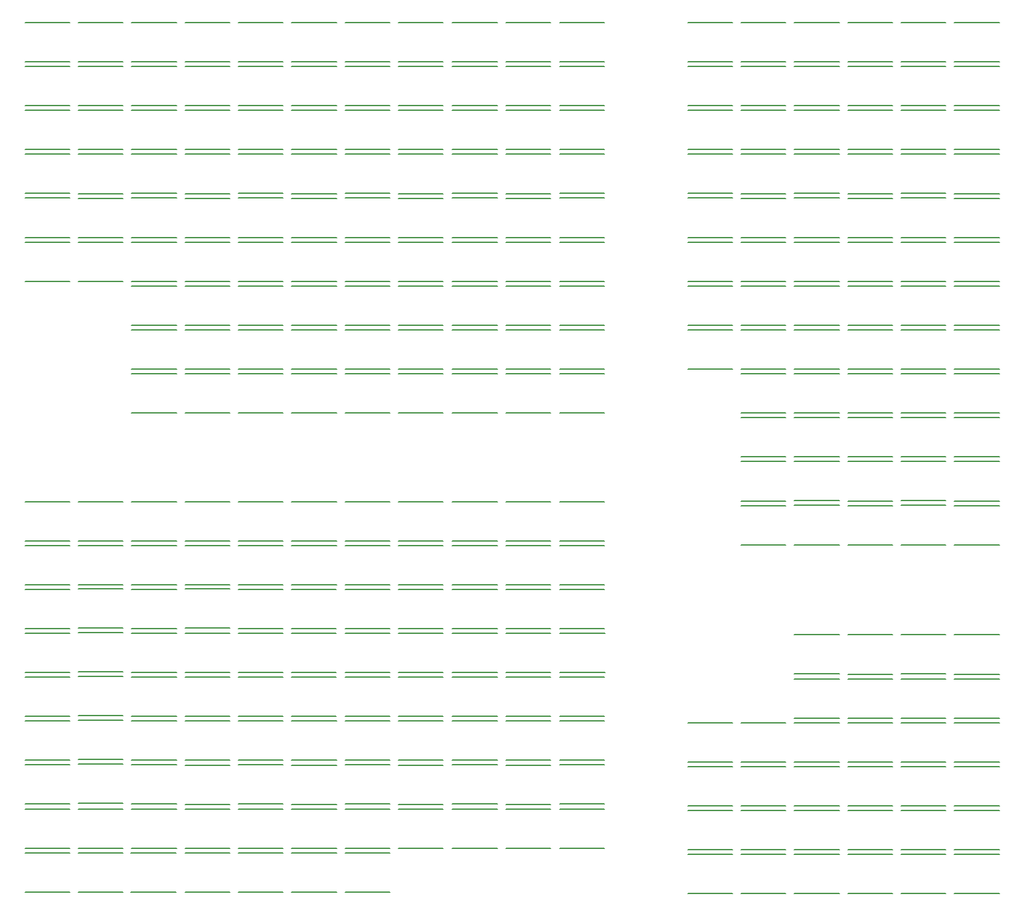
<source format=gbr>
G04 #@! TF.GenerationSoftware,KiCad,Pcbnew,(5.0.0)*
G04 #@! TF.CreationDate,2019-06-04T18:43:43-07:00*
G04 #@! TF.ProjectId,SSB Cap Board - Rev2,5353422043617020426F617264202D20,rev?*
G04 #@! TF.SameCoordinates,Original*
G04 #@! TF.FileFunction,Legend,Bot*
G04 #@! TF.FilePolarity,Positive*
%FSLAX46Y46*%
G04 Gerber Fmt 4.6, Leading zero omitted, Abs format (unit mm)*
G04 Created by KiCad (PCBNEW (5.0.0)) date 06/04/19 18:43:43*
%MOMM*%
%LPD*%
G01*
G04 APERTURE LIST*
%ADD10C,0.150000*%
G04 APERTURE END LIST*
D10*
G04 #@! TO.C,C579*
X28095000Y77905000D02*
X22395000Y77905000D01*
X28095000Y72905000D02*
X22395000Y72905000D01*
G04 #@! TO.C,C577*
X28095000Y89105000D02*
X22395000Y89105000D01*
X28095000Y84105000D02*
X22395000Y84105000D01*
G04 #@! TO.C,C575*
X41695000Y94705000D02*
X35995000Y94705000D01*
X41695000Y89705000D02*
X35995000Y89705000D01*
G04 #@! TO.C,C574*
X42805000Y77895000D02*
X48505000Y77895000D01*
X42805000Y72895000D02*
X48505000Y72895000D01*
G04 #@! TO.C,C600*
X56405000Y72895000D02*
X62105000Y72895000D01*
X56405000Y77895000D02*
X62105000Y77895000D01*
G04 #@! TO.C,C569*
X28095000Y83505000D02*
X22395000Y83505000D01*
X28095000Y78505000D02*
X22395000Y78505000D01*
G04 #@! TO.C,C567*
X28095000Y94705000D02*
X22395000Y94705000D01*
X28095000Y89705000D02*
X22395000Y89705000D01*
G04 #@! TO.C,C571*
X56405000Y72295000D02*
X62105000Y72295000D01*
X56405000Y67295000D02*
X62105000Y67295000D01*
G04 #@! TO.C,C598*
X41695000Y27805000D02*
X35995000Y27805000D01*
X41695000Y22805000D02*
X35995000Y22805000D01*
G04 #@! TO.C,C594*
X28095000Y100305000D02*
X22395000Y100305000D01*
X28095000Y95305000D02*
X22395000Y95305000D01*
G04 #@! TO.C,C582*
X41695000Y105905000D02*
X35995000Y105905000D01*
X41695000Y100905000D02*
X35995000Y100905000D01*
G04 #@! TO.C,C580*
X56405000Y94695000D02*
X62105000Y94695000D01*
X56405000Y89695000D02*
X62105000Y89695000D01*
G04 #@! TO.C,C589*
X42805000Y61695000D02*
X48505000Y61695000D01*
X42805000Y66695000D02*
X48505000Y66695000D01*
G04 #@! TO.C,C587*
X56405000Y61695000D02*
X62105000Y61695000D01*
X56405000Y66695000D02*
X62105000Y66695000D01*
G04 #@! TO.C,C586*
X55295000Y44905000D02*
X49595000Y44905000D01*
X55295000Y49905000D02*
X49595000Y49905000D01*
G04 #@! TO.C,C583*
X28095000Y105905000D02*
X22395000Y105905000D01*
X28095000Y100905000D02*
X22395000Y100905000D01*
G04 #@! TO.C,C581*
X29205000Y50495000D02*
X34905000Y50495000D01*
X29205000Y55495000D02*
X34905000Y55495000D01*
G04 #@! TO.C,C505*
X42805000Y22195000D02*
X48505000Y22195000D01*
X42805000Y17195000D02*
X48505000Y17195000D01*
G04 #@! TO.C,C503*
X28095000Y11605000D02*
X22395000Y11605000D01*
X28095000Y16605000D02*
X22395000Y16605000D01*
G04 #@! TO.C,C502*
X56405000Y100895000D02*
X62105000Y100895000D01*
X56405000Y105895000D02*
X62105000Y105895000D01*
G04 #@! TO.C,C501*
X29205000Y105895000D02*
X34905000Y105895000D01*
X29205000Y100895000D02*
X34905000Y100895000D01*
G04 #@! TO.C,C500*
X56405000Y22795000D02*
X62105000Y22795000D01*
X56405000Y27795000D02*
X62105000Y27795000D01*
G04 #@! TO.C,C498*
X55295000Y-5195000D02*
X49595000Y-5195000D01*
X55295000Y-195000D02*
X49595000Y-195000D01*
G04 #@! TO.C,C452*
X42805000Y11595000D02*
X48505000Y11595000D01*
X42805000Y16595000D02*
X48505000Y16595000D01*
G04 #@! TO.C,C449*
X41695000Y50505000D02*
X35995000Y50505000D01*
X41695000Y55505000D02*
X35995000Y55505000D01*
G04 #@! TO.C,C496*
X28095000Y66705000D02*
X22395000Y66705000D01*
X28095000Y61705000D02*
X22395000Y61705000D01*
G04 #@! TO.C,C495*
X29205000Y5395000D02*
X34905000Y5395000D01*
X29205000Y395000D02*
X34905000Y395000D01*
G04 #@! TO.C,C493*
X29205000Y100295000D02*
X34905000Y100295000D01*
X29205000Y95295000D02*
X34905000Y95295000D01*
G04 #@! TO.C,C492*
X56405000Y17195000D02*
X62105000Y17195000D01*
X56405000Y22195000D02*
X62105000Y22195000D01*
G04 #@! TO.C,C491*
X55295000Y405000D02*
X49595000Y405000D01*
X55295000Y5405000D02*
X49595000Y5405000D01*
G04 #@! TO.C,C490*
X42805000Y5995000D02*
X48505000Y5995000D01*
X42805000Y10995000D02*
X48505000Y10995000D01*
G04 #@! TO.C,C499*
X41695000Y56105000D02*
X35995000Y56105000D01*
X41695000Y61105000D02*
X35995000Y61105000D01*
G04 #@! TO.C,C497*
X28095000Y-195000D02*
X22395000Y-195000D01*
X28095000Y-5195000D02*
X22395000Y-5195000D01*
G04 #@! TO.C,C524*
X41695000Y44905000D02*
X35995000Y44905000D01*
X41695000Y49905000D02*
X35995000Y49905000D01*
G04 #@! TO.C,C523*
X29205000Y-5205000D02*
X34905000Y-5205000D01*
X29205000Y-205000D02*
X34905000Y-205000D01*
G04 #@! TO.C,C522*
X55295000Y78505000D02*
X49595000Y78505000D01*
X55295000Y83505000D02*
X49595000Y83505000D01*
G04 #@! TO.C,C521*
X29205000Y89695000D02*
X34905000Y89695000D01*
X29205000Y94695000D02*
X34905000Y94695000D01*
G04 #@! TO.C,C520*
X56405000Y16595000D02*
X62105000Y16595000D01*
X56405000Y11595000D02*
X62105000Y11595000D01*
G04 #@! TO.C,C519*
X55295000Y11005000D02*
X49595000Y11005000D01*
X55295000Y6005000D02*
X49595000Y6005000D01*
G04 #@! TO.C,C518*
X42805000Y5395000D02*
X48505000Y5395000D01*
X42805000Y395000D02*
X48505000Y395000D01*
G04 #@! TO.C,C480*
X41695000Y66705000D02*
X35995000Y66705000D01*
X41695000Y61705000D02*
X35995000Y61705000D01*
G04 #@! TO.C,C506*
X28095000Y405000D02*
X22395000Y405000D01*
X28095000Y5405000D02*
X22395000Y5405000D01*
G04 #@! TO.C,C515*
X42805000Y100895000D02*
X48505000Y100895000D01*
X42805000Y105895000D02*
X48505000Y105895000D01*
G04 #@! TO.C,C514*
X41695000Y-5195000D02*
X35995000Y-5195000D01*
X41695000Y-195000D02*
X35995000Y-195000D01*
G04 #@! TO.C,C513*
X56405000Y39295000D02*
X62105000Y39295000D01*
X56405000Y44295000D02*
X62105000Y44295000D01*
G04 #@! TO.C,C512*
X55295000Y84105000D02*
X49595000Y84105000D01*
X55295000Y89105000D02*
X49595000Y89105000D01*
G04 #@! TO.C,C511*
X29205000Y84095000D02*
X34905000Y84095000D01*
X29205000Y89095000D02*
X34905000Y89095000D01*
G04 #@! TO.C,C510*
X56405000Y10995000D02*
X62105000Y10995000D01*
X56405000Y5995000D02*
X62105000Y5995000D01*
G04 #@! TO.C,C509*
X55295000Y16605000D02*
X49595000Y16605000D01*
X55295000Y11605000D02*
X49595000Y11605000D01*
G04 #@! TO.C,C507*
X42805000Y-205000D02*
X48505000Y-205000D01*
X42805000Y-5205000D02*
X48505000Y-5205000D01*
G04 #@! TO.C,C516*
X41695000Y72305000D02*
X35995000Y72305000D01*
X41695000Y67305000D02*
X35995000Y67305000D01*
G04 #@! TO.C,C469*
X28095000Y6005000D02*
X22395000Y6005000D01*
X28095000Y11005000D02*
X22395000Y11005000D01*
G04 #@! TO.C,C468*
X42805000Y95295000D02*
X48505000Y95295000D01*
X42805000Y100295000D02*
X48505000Y100295000D01*
G04 #@! TO.C,C467*
X41695000Y405000D02*
X35995000Y405000D01*
X41695000Y5405000D02*
X35995000Y5405000D01*
G04 #@! TO.C,C466*
X55295000Y44305000D02*
X49595000Y44305000D01*
X55295000Y39305000D02*
X49595000Y39305000D01*
G04 #@! TO.C,C465*
X55295000Y89705000D02*
X49595000Y89705000D01*
X55295000Y94705000D02*
X49595000Y94705000D01*
G04 #@! TO.C,C464*
X42805000Y39295000D02*
X48505000Y39295000D01*
X42805000Y44295000D02*
X48505000Y44295000D01*
G04 #@! TO.C,C463*
X29205000Y83495000D02*
X34905000Y83495000D01*
X29205000Y78495000D02*
X34905000Y78495000D01*
G04 #@! TO.C,C461*
X56405000Y395000D02*
X62105000Y395000D01*
X56405000Y5395000D02*
X62105000Y5395000D01*
G04 #@! TO.C,C488*
X55295000Y17205000D02*
X49595000Y17205000D01*
X55295000Y22205000D02*
X49595000Y22205000D01*
G04 #@! TO.C,C460*
X41695000Y77905000D02*
X35995000Y77905000D01*
X41695000Y72905000D02*
X35995000Y72905000D01*
G04 #@! TO.C,C459*
X29205000Y10995000D02*
X34905000Y10995000D01*
X29205000Y5995000D02*
X34905000Y5995000D01*
G04 #@! TO.C,C458*
X42805000Y89695000D02*
X48505000Y89695000D01*
X42805000Y94695000D02*
X48505000Y94695000D01*
G04 #@! TO.C,C457*
X41695000Y6005000D02*
X35995000Y6005000D01*
X41695000Y11005000D02*
X35995000Y11005000D01*
G04 #@! TO.C,C455*
X55295000Y95305000D02*
X49595000Y95305000D01*
X55295000Y100305000D02*
X49595000Y100305000D01*
G04 #@! TO.C,C454*
X41695000Y44305000D02*
X35995000Y44305000D01*
X41695000Y39305000D02*
X35995000Y39305000D01*
G04 #@! TO.C,C453*
X29205000Y77895000D02*
X34905000Y77895000D01*
X29205000Y72895000D02*
X34905000Y72895000D01*
G04 #@! TO.C,C489*
X41695000Y17205000D02*
X35995000Y17205000D01*
X41695000Y22205000D02*
X35995000Y22205000D01*
G04 #@! TO.C,C487*
X55295000Y27805000D02*
X49595000Y27805000D01*
X55295000Y22805000D02*
X49595000Y22805000D01*
G04 #@! TO.C,C486*
X41695000Y78505000D02*
X35995000Y78505000D01*
X41695000Y83505000D02*
X35995000Y83505000D01*
G04 #@! TO.C,C485*
X42805000Y84095000D02*
X48505000Y84095000D01*
X42805000Y89095000D02*
X48505000Y89095000D01*
G04 #@! TO.C,C484*
X41695000Y11605000D02*
X35995000Y11605000D01*
X41695000Y16605000D02*
X35995000Y16605000D01*
G04 #@! TO.C,C483*
X56405000Y84095000D02*
X62105000Y84095000D01*
X56405000Y89095000D02*
X62105000Y89095000D01*
G04 #@! TO.C,C482*
X55295000Y100905000D02*
X49595000Y100905000D01*
X55295000Y105905000D02*
X49595000Y105905000D01*
G04 #@! TO.C,C481*
X56405000Y95295000D02*
X62105000Y95295000D01*
X56405000Y100295000D02*
X62105000Y100295000D01*
G04 #@! TO.C,C508*
X29205000Y72295000D02*
X34905000Y72295000D01*
X29205000Y67295000D02*
X34905000Y67295000D01*
G04 #@! TO.C,C478*
X28095000Y67305000D02*
X22395000Y67305000D01*
X28095000Y72305000D02*
X22395000Y72305000D01*
G04 #@! TO.C,C476*
X42805000Y27795000D02*
X48505000Y27795000D01*
X42805000Y22795000D02*
X48505000Y22795000D01*
G04 #@! TO.C,C475*
X41695000Y89105000D02*
X35995000Y89105000D01*
X41695000Y84105000D02*
X35995000Y84105000D01*
G04 #@! TO.C,C474*
X42805000Y83495000D02*
X48505000Y83495000D01*
X42805000Y78495000D02*
X48505000Y78495000D01*
G04 #@! TO.C,C473*
X56405000Y78495000D02*
X62105000Y78495000D01*
X56405000Y83495000D02*
X62105000Y83495000D01*
G04 #@! TO.C,C472*
X56405000Y-205000D02*
X62105000Y-205000D01*
X56405000Y-5205000D02*
X62105000Y-5205000D01*
G04 #@! TO.C,C470*
X29205000Y66695000D02*
X34905000Y66695000D01*
X29205000Y61695000D02*
X34905000Y61695000D01*
G04 #@! TO.C,C525*
X29205000Y61095000D02*
X34905000Y61095000D01*
X29205000Y56095000D02*
X34905000Y56095000D01*
G04 #@! TO.C,C565*
X41695000Y95305000D02*
X35995000Y95305000D01*
X41695000Y100305000D02*
X35995000Y100305000D01*
G04 #@! TO.C,C526*
X42805000Y72295000D02*
X48505000Y72295000D01*
X42805000Y67295000D02*
X48505000Y67295000D01*
G04 #@! TO.C,C543*
X42805000Y61095000D02*
X48505000Y61095000D01*
X42805000Y56095000D02*
X48505000Y56095000D01*
G04 #@! TO.C,C541*
X56405000Y61095000D02*
X62105000Y61095000D01*
X56405000Y56095000D02*
X62105000Y56095000D01*
G04 #@! TO.C,C539*
X55295000Y50505000D02*
X49595000Y50505000D01*
X55295000Y55505000D02*
X49595000Y55505000D01*
G04 #@! TO.C,C538*
X29205000Y11595000D02*
X34905000Y11595000D01*
X29205000Y16595000D02*
X34905000Y16595000D01*
G04 #@! TO.C,C563*
X29205000Y49895000D02*
X34905000Y49895000D01*
X29205000Y44895000D02*
X34905000Y44895000D01*
G04 #@! TO.C,C533*
X42805000Y55495000D02*
X48505000Y55495000D01*
X42805000Y50495000D02*
X48505000Y50495000D01*
G04 #@! TO.C,C531*
X56405000Y55495000D02*
X62105000Y55495000D01*
X56405000Y50495000D02*
X62105000Y50495000D01*
G04 #@! TO.C,C529*
X55295000Y56105000D02*
X49595000Y56105000D01*
X55295000Y61105000D02*
X49595000Y61105000D01*
G04 #@! TO.C,C561*
X42805000Y49895000D02*
X48505000Y49895000D01*
X42805000Y44895000D02*
X48505000Y44895000D01*
G04 #@! TO.C,C559*
X56405000Y49895000D02*
X62105000Y49895000D01*
X56405000Y44895000D02*
X62105000Y44895000D01*
G04 #@! TO.C,C557*
X55295000Y61705000D02*
X49595000Y61705000D01*
X55295000Y66705000D02*
X49595000Y66705000D01*
G04 #@! TO.C,C549*
X29205000Y44295000D02*
X34905000Y44295000D01*
X29205000Y39295000D02*
X34905000Y39295000D01*
G04 #@! TO.C,C547*
X55295000Y67305000D02*
X49595000Y67305000D01*
X55295000Y72305000D02*
X49595000Y72305000D01*
G04 #@! TO.C,C426*
X55295000Y77905000D02*
X49595000Y77905000D01*
X55295000Y72905000D02*
X49595000Y72905000D01*
G04 #@! TO.C,C173*
X-56405000Y33605000D02*
X-62105000Y33605000D01*
X-56405000Y28605000D02*
X-62105000Y28605000D01*
G04 #@! TO.C,C300*
X-28095000Y83495000D02*
X-22395000Y83495000D01*
X-28095000Y78495000D02*
X-22395000Y78495000D01*
G04 #@! TO.C,C242*
X-28095000Y89095000D02*
X-22395000Y89095000D01*
X-28095000Y84095000D02*
X-22395000Y84095000D01*
G04 #@! TO.C,C239*
X-28095000Y56095000D02*
X-22395000Y56095000D01*
X-28095000Y61095000D02*
X-22395000Y61095000D01*
G04 #@! TO.C,C232*
X-28095000Y89695000D02*
X-22395000Y89695000D01*
X-28095000Y94695000D02*
X-22395000Y94695000D01*
G04 #@! TO.C,C250*
X-28095000Y66695000D02*
X-22395000Y66695000D01*
X-28095000Y61695000D02*
X-22395000Y61695000D01*
G04 #@! TO.C,C255*
X-28095000Y39795000D02*
X-22395000Y39795000D01*
X-28095000Y44795000D02*
X-22395000Y44795000D01*
G04 #@! TO.C,C64*
X-56405000Y23005000D02*
X-62105000Y23005000D01*
X-56405000Y28005000D02*
X-62105000Y28005000D01*
G04 #@! TO.C,C5*
X11805000Y28005000D02*
X6105000Y28005000D01*
X11805000Y23005000D02*
X6105000Y23005000D01*
G04 #@! TO.C,C23*
X11795000Y22405000D02*
X6095000Y22405000D01*
X11795000Y17405000D02*
X6095000Y17405000D01*
G04 #@! TO.C,C129*
X11795000Y16805000D02*
X6095000Y16805000D01*
X11795000Y11805000D02*
X6095000Y11805000D01*
G04 #@! TO.C,C307*
X-28095000Y77895000D02*
X-22395000Y77895000D01*
X-28095000Y72895000D02*
X-22395000Y72895000D01*
G04 #@! TO.C,C303*
X11795000Y28605000D02*
X6095000Y28605000D01*
X11795000Y33605000D02*
X6095000Y33605000D01*
G04 #@! TO.C,C337*
X-14495000Y34195000D02*
X-8795000Y34195000D01*
X-14495000Y39195000D02*
X-8795000Y39195000D01*
G04 #@! TO.C,C326*
X-28095000Y105895000D02*
X-22395000Y105895000D01*
X-28095000Y100895000D02*
X-22395000Y100895000D01*
G04 #@! TO.C,C323*
X-28095000Y67295000D02*
X-22395000Y67295000D01*
X-28095000Y72295000D02*
X-22395000Y72295000D01*
G04 #@! TO.C,C391*
X-28095000Y95295000D02*
X-22395000Y95295000D01*
X-28095000Y100295000D02*
X-22395000Y100295000D01*
G04 #@! TO.C,C342*
X-41695000Y-5000D02*
X-35995000Y-5000D01*
X-41695000Y-5005000D02*
X-35995000Y-5005000D01*
G04 #@! TO.C,C341*
X-42880365Y-4995000D02*
X-48580365Y-4995000D01*
X-42880365Y5000D02*
X-48580365Y5000D01*
G04 #@! TO.C,C340*
X-28095000Y5595000D02*
X-22395000Y5595000D01*
X-28095000Y595000D02*
X-22395000Y595000D01*
G04 #@! TO.C,C339*
X-15605000Y-4995000D02*
X-21305000Y-4995000D01*
X-15605000Y5000D02*
X-21305000Y5000D01*
G04 #@! TO.C,C338*
X-56405000Y34205000D02*
X-62105000Y34205000D01*
X-56405000Y39205000D02*
X-62105000Y39205000D01*
G04 #@! TO.C,C336*
X-29205000Y-4995000D02*
X-34905000Y-4995000D01*
X-29205000Y5000D02*
X-34905000Y5000D01*
G04 #@! TO.C,C335*
X-55295000Y28095000D02*
X-49595000Y28095000D01*
X-55295000Y23095000D02*
X-49595000Y23095000D01*
G04 #@! TO.C,C334*
X-42805000Y605000D02*
X-48505000Y605000D01*
X-42805000Y5605000D02*
X-48505000Y5605000D01*
G04 #@! TO.C,C333*
X-42805000Y28605000D02*
X-48505000Y28605000D01*
X-42805000Y33605000D02*
X-48505000Y33605000D01*
G04 #@! TO.C,C332*
X-28095000Y-5000D02*
X-22395000Y-5000D01*
X-28095000Y-5005000D02*
X-22395000Y-5005000D01*
G04 #@! TO.C,C376*
X-15605000Y605000D02*
X-21305000Y605000D01*
X-15605000Y5605000D02*
X-21305000Y5605000D01*
G04 #@! TO.C,C328*
X-56405000Y39805000D02*
X-62105000Y39805000D01*
X-56405000Y44805000D02*
X-62105000Y44805000D01*
G04 #@! TO.C,C327*
X-55295000Y100295000D02*
X-49595000Y100295000D01*
X-55295000Y95295000D02*
X-49595000Y95295000D01*
G04 #@! TO.C,C325*
X-55295000Y22495000D02*
X-49595000Y22495000D01*
X-55295000Y17495000D02*
X-49595000Y17495000D01*
G04 #@! TO.C,C324*
X-42805000Y6205000D02*
X-48505000Y6205000D01*
X-42805000Y11205000D02*
X-48505000Y11205000D01*
G04 #@! TO.C,C322*
X-55295000Y-5000D02*
X-49595000Y-5000D01*
X-55295000Y-5005000D02*
X-49595000Y-5005000D01*
G04 #@! TO.C,C321*
X-15605000Y6205000D02*
X-21305000Y6205000D01*
X-15605000Y11205000D02*
X-21305000Y11205000D01*
G04 #@! TO.C,C320*
X-29205000Y17405000D02*
X-34905000Y17405000D01*
X-29205000Y22405000D02*
X-34905000Y22405000D01*
G04 #@! TO.C,C319*
X-55295000Y94695000D02*
X-49595000Y94695000D01*
X-55295000Y89695000D02*
X-49595000Y89695000D01*
G04 #@! TO.C,C318*
X-1905000Y39805000D02*
X-7605000Y39805000D01*
X-1905000Y44805000D02*
X-7605000Y44805000D01*
G04 #@! TO.C,C317*
X-29205000Y6205000D02*
X-34905000Y6205000D01*
X-29205000Y11205000D02*
X-34905000Y11205000D01*
G04 #@! TO.C,C316*
X-55295000Y16895000D02*
X-49595000Y16895000D01*
X-55295000Y11895000D02*
X-49595000Y11895000D01*
G04 #@! TO.C,C331*
X-42805000Y11805000D02*
X-48505000Y11805000D01*
X-42805000Y16805000D02*
X-48505000Y16805000D01*
G04 #@! TO.C,C330*
X-41695000Y27995000D02*
X-35995000Y27995000D01*
X-41695000Y22995000D02*
X-35995000Y22995000D01*
G04 #@! TO.C,C329*
X-1905000Y605000D02*
X-7605000Y605000D01*
X-1905000Y5605000D02*
X-7605000Y5605000D01*
G04 #@! TO.C,C374*
X-15605000Y11805000D02*
X-21305000Y11805000D01*
X-15605000Y16805000D02*
X-21305000Y16805000D01*
G04 #@! TO.C,C373*
X-29205000Y23005000D02*
X-34905000Y23005000D01*
X-29205000Y28005000D02*
X-34905000Y28005000D01*
G04 #@! TO.C,C372*
X-55295000Y89095000D02*
X-49595000Y89095000D01*
X-55295000Y84095000D02*
X-49595000Y84095000D01*
G04 #@! TO.C,C371*
X-795000Y94695000D02*
X4905000Y94695000D01*
X-795000Y89695000D02*
X4905000Y89695000D01*
G04 #@! TO.C,C370*
X-55295000Y5595000D02*
X-49595000Y5595000D01*
X-55295000Y595000D02*
X-49595000Y595000D01*
G04 #@! TO.C,C369*
X11795000Y34205000D02*
X6095000Y34205000D01*
X11795000Y39205000D02*
X6095000Y39205000D01*
G04 #@! TO.C,C368*
X-14495000Y105895000D02*
X-8795000Y105895000D01*
X-14495000Y100895000D02*
X-8795000Y100895000D01*
G04 #@! TO.C,C367*
X-55295000Y11295000D02*
X-49595000Y11295000D01*
X-55295000Y6295000D02*
X-49595000Y6295000D01*
G04 #@! TO.C,C366*
X-42805000Y17405000D02*
X-48505000Y17405000D01*
X-42805000Y22405000D02*
X-48505000Y22405000D01*
G04 #@! TO.C,C365*
X-41695000Y22395000D02*
X-35995000Y22395000D01*
X-41695000Y17395000D02*
X-35995000Y17395000D01*
G04 #@! TO.C,C364*
X-1905000Y6205000D02*
X-7605000Y6205000D01*
X-1905000Y11205000D02*
X-7605000Y11205000D01*
G04 #@! TO.C,C363*
X-15605000Y17405000D02*
X-21305000Y17405000D01*
X-15605000Y22405000D02*
X-21305000Y22405000D01*
G04 #@! TO.C,C346*
X-29205000Y28605000D02*
X-34905000Y28605000D01*
X-29205000Y33605000D02*
X-34905000Y33605000D01*
G04 #@! TO.C,C344*
X-55295000Y83495000D02*
X-49595000Y83495000D01*
X-55295000Y78495000D02*
X-49595000Y78495000D01*
G04 #@! TO.C,C359*
X-795000Y89095000D02*
X4905000Y89095000D01*
X-795000Y84095000D02*
X4905000Y84095000D01*
G04 #@! TO.C,C357*
X-14495000Y100295000D02*
X-8795000Y100295000D01*
X-14495000Y95295000D02*
X-8795000Y95295000D01*
G04 #@! TO.C,C356*
X-29205000Y11805000D02*
X-34905000Y11805000D01*
X-29205000Y16805000D02*
X-34905000Y16805000D01*
G04 #@! TO.C,C355*
X-56405000Y6205000D02*
X-62105000Y6205000D01*
X-56405000Y11205000D02*
X-62105000Y11205000D01*
G04 #@! TO.C,C354*
X-42805000Y23005000D02*
X-48505000Y23005000D01*
X-42805000Y28005000D02*
X-48505000Y28005000D01*
G04 #@! TO.C,C353*
X-41695000Y16795000D02*
X-35995000Y16795000D01*
X-41695000Y11795000D02*
X-35995000Y11795000D01*
G04 #@! TO.C,C352*
X-1905000Y11805000D02*
X-7605000Y11805000D01*
X-1905000Y16805000D02*
X-7605000Y16805000D01*
G04 #@! TO.C,C351*
X-15605000Y23005000D02*
X-21305000Y23005000D01*
X-15605000Y28005000D02*
X-21305000Y28005000D01*
G04 #@! TO.C,C350*
X-29205000Y34205000D02*
X-34905000Y34205000D01*
X-29205000Y39205000D02*
X-34905000Y39205000D01*
G04 #@! TO.C,C349*
X-55295000Y77895000D02*
X-49595000Y77895000D01*
X-55295000Y72895000D02*
X-49595000Y72895000D01*
G04 #@! TO.C,C348*
X-795000Y83495000D02*
X4905000Y83495000D01*
X-795000Y78495000D02*
X4905000Y78495000D01*
G04 #@! TO.C,C347*
X-1905000Y56105000D02*
X-7605000Y56105000D01*
X-1905000Y61105000D02*
X-7605000Y61105000D01*
G04 #@! TO.C,C362*
X-14495000Y94695000D02*
X-8795000Y94695000D01*
X-14495000Y89695000D02*
X-8795000Y89695000D01*
G04 #@! TO.C,C361*
X-1905000Y34205000D02*
X-7605000Y34205000D01*
X-1905000Y39205000D02*
X-7605000Y39205000D01*
G04 #@! TO.C,C360*
X-14495000Y33595000D02*
X-8795000Y33595000D01*
X-14495000Y28595000D02*
X-8795000Y28595000D01*
G04 #@! TO.C,C279*
X-56405000Y100905000D02*
X-62105000Y100905000D01*
X-56405000Y105905000D02*
X-62105000Y105905000D01*
G04 #@! TO.C,C278*
X-795000Y77895000D02*
X4905000Y77895000D01*
X-795000Y72895000D02*
X4905000Y72895000D01*
G04 #@! TO.C,C277*
X-14495000Y83495000D02*
X-8795000Y83495000D01*
X-14495000Y78495000D02*
X-8795000Y78495000D01*
G04 #@! TO.C,C276*
X-795000Y105895000D02*
X4905000Y105895000D01*
X-795000Y100895000D02*
X4905000Y100895000D01*
G04 #@! TO.C,C275*
X-28095000Y11195000D02*
X-22395000Y11195000D01*
X-28095000Y6195000D02*
X-22395000Y6195000D01*
G04 #@! TO.C,C274*
X-15605000Y39805000D02*
X-21305000Y39805000D01*
X-15605000Y44805000D02*
X-21305000Y44805000D01*
G04 #@! TO.C,C272*
X-28117000Y22410000D02*
X-22417000Y22410000D01*
X-28117000Y17410000D02*
X-22417000Y17410000D01*
G04 #@! TO.C,C271*
X-795000Y61095000D02*
X4905000Y61095000D01*
X-795000Y56095000D02*
X4905000Y56095000D01*
G04 #@! TO.C,C270*
X-1905000Y78505000D02*
X-7605000Y78505000D01*
X-1905000Y83505000D02*
X-7605000Y83505000D01*
G04 #@! TO.C,C269*
X-14495000Y72295000D02*
X-8795000Y72295000D01*
X-14495000Y67295000D02*
X-8795000Y67295000D01*
G04 #@! TO.C,C315*
X-15605000Y67305000D02*
X-21305000Y67305000D01*
X-15605000Y72305000D02*
X-21305000Y72305000D01*
G04 #@! TO.C,C267*
X-55295000Y105895000D02*
X-49595000Y105895000D01*
X-55295000Y100895000D02*
X-49595000Y100895000D01*
G04 #@! TO.C,C313*
X-14495000Y16795000D02*
X-8795000Y16795000D01*
X-14495000Y11795000D02*
X-8795000Y11795000D01*
G04 #@! TO.C,C312*
X-1905000Y100905000D02*
X-7605000Y100905000D01*
X-1905000Y105905000D02*
X-7605000Y105905000D01*
G04 #@! TO.C,C263*
X-15605000Y78505000D02*
X-21305000Y78505000D01*
X-15605000Y83505000D02*
X-21305000Y83505000D01*
G04 #@! TO.C,C256*
X-795000Y44795000D02*
X4905000Y44795000D01*
X-795000Y39795000D02*
X4905000Y39795000D01*
G04 #@! TO.C,C254*
X-1905000Y95305000D02*
X-7605000Y95305000D01*
X-1905000Y100305000D02*
X-7605000Y100305000D01*
G04 #@! TO.C,C268*
X-15605000Y84105000D02*
X-21305000Y84105000D01*
X-15605000Y89105000D02*
X-21305000Y89105000D01*
G04 #@! TO.C,C306*
X-795000Y39195000D02*
X4905000Y39195000D01*
X-795000Y34195000D02*
X4905000Y34195000D01*
G04 #@! TO.C,C305*
X-15605000Y89705000D02*
X-21305000Y89705000D01*
X-15605000Y94705000D02*
X-21305000Y94705000D01*
G04 #@! TO.C,C297*
X-14495000Y44795000D02*
X-8795000Y44795000D01*
X-14495000Y39795000D02*
X-8795000Y39795000D01*
G04 #@! TO.C,C280*
X-15605000Y95305000D02*
X-21305000Y95305000D01*
X-15605000Y100305000D02*
X-21305000Y100305000D01*
G04 #@! TO.C,C290*
X-795000Y100295000D02*
X4905000Y100295000D01*
X-795000Y95295000D02*
X4905000Y95295000D01*
G04 #@! TO.C,C288*
X-15605000Y100905000D02*
X-21305000Y100905000D01*
X-15605000Y105905000D02*
X-21305000Y105905000D01*
G04 #@! TO.C,C375*
X-55295000Y44795000D02*
X-49595000Y44795000D01*
X-55295000Y39795000D02*
X-49595000Y39795000D01*
G04 #@! TO.C,C393*
X-41695000Y105895000D02*
X-35995000Y105895000D01*
X-41695000Y100895000D02*
X-35995000Y100895000D01*
G04 #@! TO.C,C69*
X11795000Y89105000D02*
X6095000Y89105000D01*
X11795000Y84105000D02*
X6095000Y84105000D01*
G04 #@! TO.C,C67*
X-795000Y5595000D02*
X4905000Y5595000D01*
X-795000Y595000D02*
X4905000Y595000D01*
G04 #@! TO.C,C66*
X-795000Y27995000D02*
X4905000Y27995000D01*
X-795000Y22995000D02*
X4905000Y22995000D01*
G04 #@! TO.C,C79*
X-15605000Y34208105D02*
X-21305000Y34208105D01*
X-15605000Y39208105D02*
X-21305000Y39208105D01*
G04 #@! TO.C,C124*
X-42805000Y44805000D02*
X-48505000Y44805000D01*
X-42805000Y39805000D02*
X-48505000Y39805000D01*
G04 #@! TO.C,C123*
X-41695000Y94695000D02*
X-35995000Y94695000D01*
X-41695000Y89695000D02*
X-35995000Y89695000D01*
G04 #@! TO.C,C122*
X11795000Y44805000D02*
X6095000Y44805000D01*
X11795000Y39805000D02*
X6095000Y39805000D01*
G04 #@! TO.C,C121*
X11795000Y100915470D02*
X6095000Y100915470D01*
X11795000Y105915470D02*
X6095000Y105915470D01*
G04 #@! TO.C,C117*
X-29205000Y89705000D02*
X-34905000Y89705000D01*
X-29205000Y94705000D02*
X-34905000Y94705000D01*
G04 #@! TO.C,C114*
X-41695000Y84095000D02*
X-35995000Y84095000D01*
X-41695000Y89095000D02*
X-35995000Y89095000D01*
G04 #@! TO.C,C113*
X-56405000Y5000D02*
X-62105000Y5000D01*
X-56405000Y-4995000D02*
X-62105000Y-4995000D01*
G04 #@! TO.C,C112*
X-29205000Y78505000D02*
X-34905000Y78505000D01*
X-29205000Y83505000D02*
X-34905000Y83505000D01*
G04 #@! TO.C,C111*
X-42805000Y83505000D02*
X-48505000Y83505000D01*
X-42805000Y78505000D02*
X-48505000Y78505000D01*
G04 #@! TO.C,C159*
X-41695000Y61095000D02*
X-35995000Y61095000D01*
X-41695000Y56095000D02*
X-35995000Y56095000D01*
G04 #@! TO.C,C109*
X11795000Y77905000D02*
X6095000Y77905000D01*
X11795000Y72905000D02*
X6095000Y72905000D01*
G04 #@! TO.C,C107*
X-795000Y22395000D02*
X4905000Y22395000D01*
X-795000Y17395000D02*
X4905000Y17395000D01*
G04 #@! TO.C,C104*
X-795000Y11195000D02*
X4905000Y11195000D01*
X-795000Y6195000D02*
X4905000Y6195000D01*
G04 #@! TO.C,C103*
X-29205000Y100905000D02*
X-34905000Y100905000D01*
X-29205000Y105905000D02*
X-34905000Y105905000D01*
G04 #@! TO.C,C102*
X-29205000Y61705000D02*
X-34905000Y61705000D01*
X-29205000Y66705000D02*
X-34905000Y66705000D01*
G04 #@! TO.C,C101*
X-42805000Y66705000D02*
X-48505000Y66705000D01*
X-42805000Y61705000D02*
X-48505000Y61705000D01*
G04 #@! TO.C,C100*
X-41695000Y72895000D02*
X-35995000Y72895000D01*
X-41695000Y77895000D02*
X-35995000Y77895000D01*
G04 #@! TO.C,C99*
X11795000Y61105000D02*
X6095000Y61105000D01*
X11795000Y56105000D02*
X6095000Y56105000D01*
G04 #@! TO.C,C98*
X-42805000Y105905000D02*
X-48505000Y105905000D01*
X-42805000Y100905000D02*
X-48505000Y100905000D01*
G04 #@! TO.C,C28*
X-795000Y33595000D02*
X4905000Y33595000D01*
X-795000Y28595000D02*
X4905000Y28595000D01*
G04 #@! TO.C,C27*
X-14495000Y5595000D02*
X-8795000Y5595000D01*
X-14495000Y595000D02*
X-8795000Y595000D01*
G04 #@! TO.C,C26*
X-29205000Y44805000D02*
X-34905000Y44805000D01*
X-29205000Y39805000D02*
X-34905000Y39805000D01*
G04 #@! TO.C,C25*
X-42805000Y34205000D02*
X-48505000Y34205000D01*
X-42805000Y39205000D02*
X-48505000Y39205000D01*
G04 #@! TO.C,C24*
X-41695000Y100295000D02*
X-35995000Y100295000D01*
X-41695000Y95295000D02*
X-35995000Y95295000D01*
G04 #@! TO.C,C20*
X-42805000Y67305000D02*
X-48505000Y67305000D01*
X-42805000Y72305000D02*
X-48505000Y72305000D01*
G04 #@! TO.C,C19*
X-41695000Y67295000D02*
X-35995000Y67295000D01*
X-41695000Y72295000D02*
X-35995000Y72295000D01*
G04 #@! TO.C,C18*
X11795000Y66705000D02*
X6095000Y66705000D01*
X11795000Y61705000D02*
X6095000Y61705000D01*
G04 #@! TO.C,C6*
X-29205000Y72905000D02*
X-34905000Y72905000D01*
X-29205000Y77905000D02*
X-34905000Y77905000D01*
G04 #@! TO.C,C7*
X-42805000Y77905000D02*
X-48505000Y77905000D01*
X-42805000Y72905000D02*
X-48505000Y72905000D01*
G04 #@! TO.C,C8*
X-41695000Y66695000D02*
X-35995000Y66695000D01*
X-41695000Y61695000D02*
X-35995000Y61695000D01*
G04 #@! TO.C,C9*
X11795000Y72305000D02*
X6095000Y72305000D01*
X11795000Y67305000D02*
X6095000Y67305000D01*
G04 #@! TO.C,C17*
X-56405000Y11805000D02*
X-62105000Y11805000D01*
X-56405000Y16805000D02*
X-62105000Y16805000D01*
G04 #@! TO.C,C58*
X-29205000Y84105000D02*
X-34905000Y84105000D01*
X-29205000Y89105000D02*
X-34905000Y89105000D01*
G04 #@! TO.C,C57*
X-41695000Y44795000D02*
X-35995000Y44795000D01*
X-41695000Y39795000D02*
X-35995000Y39795000D01*
G04 #@! TO.C,C56*
X-42805000Y84105000D02*
X-48505000Y84105000D01*
X-42805000Y89105000D02*
X-48505000Y89105000D01*
G04 #@! TO.C,C54*
X11795000Y83505000D02*
X6095000Y83505000D01*
X11795000Y78505000D02*
X6095000Y78505000D01*
G04 #@! TO.C,C30*
X-42805000Y89705000D02*
X-48505000Y89705000D01*
X-42805000Y94705000D02*
X-48505000Y94705000D01*
G04 #@! TO.C,C42*
X-29205000Y67305000D02*
X-34905000Y67305000D01*
X-29205000Y72305000D02*
X-34905000Y72305000D01*
G04 #@! TO.C,C218*
X-14495000Y61095000D02*
X-8795000Y61095000D01*
X-14495000Y56095000D02*
X-8795000Y56095000D01*
G04 #@! TO.C,C217*
X-1905000Y89705000D02*
X-7605000Y89705000D01*
X-1905000Y94705000D02*
X-7605000Y94705000D01*
G04 #@! TO.C,C216*
X-41695000Y33695000D02*
X-35995000Y33695000D01*
X-41695000Y28695000D02*
X-35995000Y28695000D01*
G04 #@! TO.C,C214*
X-55295000Y39195000D02*
X-49595000Y39195000D01*
X-55295000Y34195000D02*
X-49595000Y34195000D01*
G04 #@! TO.C,C210*
X-14495000Y11195000D02*
X-8795000Y11195000D01*
X-14495000Y6195000D02*
X-8795000Y6195000D01*
G04 #@! TO.C,C208*
X-15605000Y72905000D02*
X-21305000Y72905000D01*
X-15605000Y77905000D02*
X-21305000Y77905000D01*
G04 #@! TO.C,C207*
X-14495000Y66695000D02*
X-8795000Y66695000D01*
X-14495000Y61695000D02*
X-8795000Y61695000D01*
G04 #@! TO.C,C206*
X-1905000Y84105000D02*
X-7605000Y84105000D01*
X-1905000Y89105000D02*
X-7605000Y89105000D01*
G04 #@! TO.C,C205*
X11795000Y605000D02*
X6095000Y605000D01*
X11795000Y5605000D02*
X6095000Y5605000D01*
G04 #@! TO.C,C202*
X-56405000Y95305000D02*
X-62105000Y95305000D01*
X-56405000Y100305000D02*
X-62105000Y100305000D01*
G04 #@! TO.C,C204*
X-14495000Y22395000D02*
X-8795000Y22395000D01*
X-14495000Y17395000D02*
X-8795000Y17395000D01*
G04 #@! TO.C,C249*
X-15605000Y61705000D02*
X-21305000Y61705000D01*
X-15605000Y66705000D02*
X-21305000Y66705000D01*
G04 #@! TO.C,C248*
X-14495000Y77895000D02*
X-8795000Y77895000D01*
X-14495000Y72895000D02*
X-8795000Y72895000D01*
G04 #@! TO.C,C247*
X-1905000Y72905000D02*
X-7605000Y72905000D01*
X-1905000Y77905000D02*
X-7605000Y77905000D01*
G04 #@! TO.C,C246*
X-795000Y66695000D02*
X4905000Y66695000D01*
X-795000Y61695000D02*
X4905000Y61695000D01*
G04 #@! TO.C,C245*
X-28117000Y28010000D02*
X-22417000Y28010000D01*
X-28117000Y23010000D02*
X-22417000Y23010000D01*
G04 #@! TO.C,C244*
X-56405000Y84105000D02*
X-62105000Y84105000D01*
X-56405000Y89105000D02*
X-62105000Y89105000D01*
G04 #@! TO.C,C243*
X-28095000Y16795000D02*
X-22395000Y16795000D01*
X-28095000Y11795000D02*
X-22395000Y11795000D01*
G04 #@! TO.C,C241*
X-1905000Y28605000D02*
X-7605000Y28605000D01*
X-1905000Y33605000D02*
X-7605000Y33605000D01*
G04 #@! TO.C,C240*
X-14495000Y27995000D02*
X-8795000Y27995000D01*
X-14495000Y22995000D02*
X-8795000Y22995000D01*
G04 #@! TO.C,C238*
X-15605000Y56105000D02*
X-21305000Y56105000D01*
X-15605000Y61105000D02*
X-21305000Y61105000D01*
G04 #@! TO.C,C219*
X-1905000Y67305000D02*
X-7605000Y67305000D01*
X-1905000Y72305000D02*
X-7605000Y72305000D01*
G04 #@! TO.C,C235*
X-795000Y72295000D02*
X4905000Y72295000D01*
X-795000Y67295000D02*
X4905000Y67295000D01*
G04 #@! TO.C,C234*
X-28117000Y33610000D02*
X-22417000Y33610000D01*
X-28117000Y28610000D02*
X-22417000Y28610000D01*
G04 #@! TO.C,C233*
X-56405000Y78505000D02*
X-62105000Y78505000D01*
X-56405000Y83505000D02*
X-62105000Y83505000D01*
G04 #@! TO.C,C231*
X-1905000Y23005000D02*
X-7605000Y23005000D01*
X-1905000Y28005000D02*
X-7605000Y28005000D01*
G04 #@! TO.C,C230*
X-56405000Y89705000D02*
X-62105000Y89705000D01*
X-56405000Y94705000D02*
X-62105000Y94705000D01*
G04 #@! TO.C,C229*
X-41695000Y11195000D02*
X-35995000Y11195000D01*
X-41695000Y6195000D02*
X-35995000Y6195000D01*
G04 #@! TO.C,C228*
X-1905000Y17405000D02*
X-7605000Y17405000D01*
X-1905000Y22405000D02*
X-7605000Y22405000D01*
G04 #@! TO.C,C227*
X-15605000Y28605000D02*
X-21305000Y28605000D01*
X-15605000Y33605000D02*
X-21305000Y33605000D01*
G04 #@! TO.C,C226*
X-56405000Y72905000D02*
X-62105000Y72905000D01*
X-56405000Y77905000D02*
X-62105000Y77905000D01*
G04 #@! TO.C,C225*
X-28095000Y39195000D02*
X-22395000Y39195000D01*
X-28095000Y34195000D02*
X-22395000Y34195000D01*
G04 #@! TO.C,C224*
X-1905000Y61705000D02*
X-7605000Y61705000D01*
X-1905000Y66705000D02*
X-7605000Y66705000D01*
G04 #@! TO.C,C223*
X-14495000Y89095000D02*
X-8795000Y89095000D01*
X-14495000Y84095000D02*
X-8795000Y84095000D01*
G04 #@! TO.C,C220*
X-41695000Y5595000D02*
X-35995000Y5595000D01*
X-41695000Y595000D02*
X-35995000Y595000D01*
G04 #@! TO.C,C151*
X-41695000Y39195000D02*
X-35995000Y39195000D01*
X-41695000Y34195000D02*
X-35995000Y34195000D01*
G04 #@! TO.C,C150*
X11795000Y95305000D02*
X6095000Y95305000D01*
X11795000Y100305000D02*
X6095000Y100305000D01*
G04 #@! TO.C,C130*
X11795000Y94705000D02*
X6095000Y94705000D01*
X11795000Y89705000D02*
X6095000Y89705000D01*
G04 #@! TO.C,C141*
X-795000Y16795000D02*
X4905000Y16795000D01*
X-795000Y11795000D02*
X4905000Y11795000D01*
G04 #@! TO.C,C187*
X-29205000Y95305000D02*
X-34905000Y95305000D01*
X-29205000Y100305000D02*
X-34905000Y100305000D01*
G04 #@! TO.C,C186*
X-29205000Y56105000D02*
X-34905000Y56105000D01*
X-29205000Y61105000D02*
X-34905000Y61105000D01*
G04 #@! TO.C,C185*
X-42805000Y56105000D02*
X-48505000Y56105000D01*
X-42805000Y61105000D02*
X-48505000Y61105000D01*
G04 #@! TO.C,C184*
X-41695000Y83495000D02*
X-35995000Y83495000D01*
X-41695000Y78495000D02*
X-35995000Y78495000D01*
G04 #@! TO.C,C183*
X11795000Y6205000D02*
X6095000Y6205000D01*
X11795000Y11205000D02*
X6095000Y11205000D01*
G04 #@! TO.C,C182*
X-42805000Y95305000D02*
X-48505000Y95305000D01*
X-42805000Y100305000D02*
X-48505000Y100305000D01*
G04 #@! TO.C,C181*
X-56405000Y17405000D02*
X-62105000Y17405000D01*
X-56405000Y22405000D02*
X-62105000Y22405000D01*
G04 #@! TO.C,C221*
X-29205000Y605000D02*
X-34905000Y605000D01*
X-29205000Y5605000D02*
X-34905000Y5605000D01*
G04 #@! TO.C,C345*
X-56405000Y605000D02*
X-62105000Y605000D01*
X-56405000Y5605000D02*
X-62105000Y5605000D01*
G04 #@! TO.C,C236*
X-55295000Y33695000D02*
X-49595000Y33695000D01*
X-55295000Y28695000D02*
X-49595000Y28695000D01*
G04 #@! TD*
M02*

</source>
